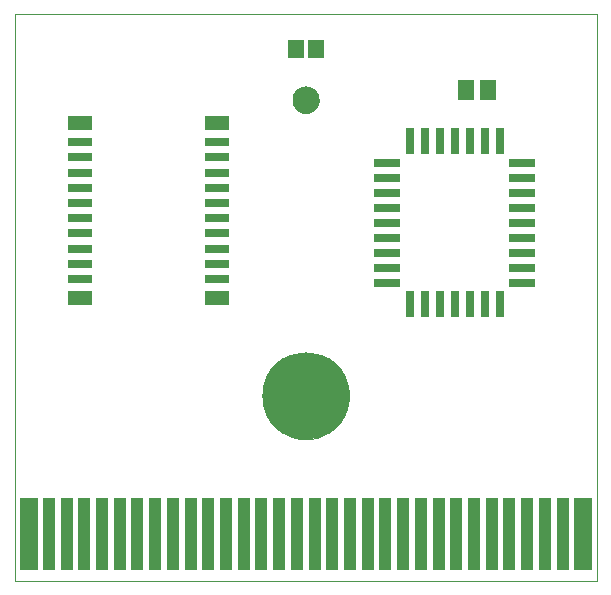
<source format=gts>
G75*
G70*
%OFA0B0*%
%FSLAX24Y24*%
%IPPOS*%
%LPD*%
%AMOC8*
5,1,8,0,0,1.08239X$1,22.5*
%
%ADD10C,0.0000*%
%ADD11C,0.2874*%
%ADD12C,0.0866*%
%ADD13C,0.2914*%
%ADD14C,0.0906*%
%ADD15R,0.0827X0.0512*%
%ADD16R,0.0827X0.0276*%
%ADD17R,0.0591X0.2402*%
%ADD18R,0.0434X0.2402*%
%ADD19R,0.0552X0.0670*%
%ADD20R,0.0276X0.0906*%
%ADD21R,0.0906X0.0276*%
%ADD22R,0.0552X0.0631*%
D10*
X000303Y000269D02*
X019713Y000269D01*
X019713Y019166D01*
X000303Y019166D01*
X000303Y000269D01*
X008571Y006430D02*
X008573Y006505D01*
X008579Y006580D01*
X008589Y006655D01*
X008602Y006729D01*
X008620Y006802D01*
X008641Y006874D01*
X008666Y006945D01*
X008695Y007014D01*
X008728Y007082D01*
X008764Y007148D01*
X008803Y007213D01*
X008845Y007275D01*
X008891Y007334D01*
X008940Y007392D01*
X008992Y007446D01*
X009046Y007498D01*
X009104Y007547D01*
X009163Y007593D01*
X009225Y007635D01*
X009289Y007674D01*
X009356Y007710D01*
X009424Y007743D01*
X009493Y007772D01*
X009564Y007797D01*
X009636Y007818D01*
X009709Y007836D01*
X009783Y007849D01*
X009858Y007859D01*
X009933Y007865D01*
X010008Y007867D01*
X010083Y007865D01*
X010158Y007859D01*
X010233Y007849D01*
X010307Y007836D01*
X010380Y007818D01*
X010452Y007797D01*
X010523Y007772D01*
X010592Y007743D01*
X010660Y007710D01*
X010726Y007674D01*
X010791Y007635D01*
X010853Y007593D01*
X010912Y007547D01*
X010970Y007498D01*
X011024Y007446D01*
X011076Y007392D01*
X011125Y007334D01*
X011171Y007275D01*
X011213Y007213D01*
X011252Y007149D01*
X011288Y007082D01*
X011321Y007014D01*
X011350Y006945D01*
X011375Y006874D01*
X011396Y006802D01*
X011414Y006729D01*
X011427Y006655D01*
X011437Y006580D01*
X011443Y006505D01*
X011445Y006430D01*
X011443Y006355D01*
X011437Y006280D01*
X011427Y006205D01*
X011414Y006131D01*
X011396Y006058D01*
X011375Y005986D01*
X011350Y005915D01*
X011321Y005846D01*
X011288Y005778D01*
X011252Y005712D01*
X011213Y005647D01*
X011171Y005585D01*
X011125Y005526D01*
X011076Y005468D01*
X011024Y005414D01*
X010970Y005362D01*
X010912Y005313D01*
X010853Y005267D01*
X010791Y005225D01*
X010727Y005186D01*
X010660Y005150D01*
X010592Y005117D01*
X010523Y005088D01*
X010452Y005063D01*
X010380Y005042D01*
X010307Y005024D01*
X010233Y005011D01*
X010158Y005001D01*
X010083Y004995D01*
X010008Y004993D01*
X009933Y004995D01*
X009858Y005001D01*
X009783Y005011D01*
X009709Y005024D01*
X009636Y005042D01*
X009564Y005063D01*
X009493Y005088D01*
X009424Y005117D01*
X009356Y005150D01*
X009290Y005186D01*
X009225Y005225D01*
X009163Y005267D01*
X009104Y005313D01*
X009046Y005362D01*
X008992Y005414D01*
X008940Y005468D01*
X008891Y005526D01*
X008845Y005585D01*
X008803Y005647D01*
X008764Y005711D01*
X008728Y005778D01*
X008695Y005846D01*
X008666Y005915D01*
X008641Y005986D01*
X008620Y006058D01*
X008602Y006131D01*
X008589Y006205D01*
X008579Y006280D01*
X008573Y006355D01*
X008571Y006430D01*
X009575Y016292D02*
X009577Y016333D01*
X009583Y016374D01*
X009593Y016414D01*
X009606Y016453D01*
X009623Y016490D01*
X009644Y016526D01*
X009668Y016560D01*
X009695Y016591D01*
X009724Y016619D01*
X009757Y016645D01*
X009791Y016667D01*
X009828Y016686D01*
X009866Y016701D01*
X009906Y016713D01*
X009946Y016721D01*
X009987Y016725D01*
X010029Y016725D01*
X010070Y016721D01*
X010110Y016713D01*
X010150Y016701D01*
X010188Y016686D01*
X010224Y016667D01*
X010259Y016645D01*
X010292Y016619D01*
X010321Y016591D01*
X010348Y016560D01*
X010372Y016526D01*
X010393Y016490D01*
X010410Y016453D01*
X010423Y016414D01*
X010433Y016374D01*
X010439Y016333D01*
X010441Y016292D01*
X010439Y016251D01*
X010433Y016210D01*
X010423Y016170D01*
X010410Y016131D01*
X010393Y016094D01*
X010372Y016058D01*
X010348Y016024D01*
X010321Y015993D01*
X010292Y015965D01*
X010259Y015939D01*
X010225Y015917D01*
X010188Y015898D01*
X010150Y015883D01*
X010110Y015871D01*
X010070Y015863D01*
X010029Y015859D01*
X009987Y015859D01*
X009946Y015863D01*
X009906Y015871D01*
X009866Y015883D01*
X009828Y015898D01*
X009792Y015917D01*
X009757Y015939D01*
X009724Y015965D01*
X009695Y015993D01*
X009668Y016024D01*
X009644Y016058D01*
X009623Y016094D01*
X009606Y016131D01*
X009593Y016170D01*
X009583Y016210D01*
X009577Y016251D01*
X009575Y016292D01*
D11*
X010008Y006430D03*
D12*
X010008Y016292D03*
D13*
X010008Y006430D03*
D14*
X010008Y016292D03*
D15*
X007035Y015521D03*
X002469Y015521D03*
X002469Y009698D03*
X007035Y009698D03*
D16*
X007035Y010324D03*
X007035Y010832D03*
X007035Y011340D03*
X007035Y011848D03*
X007035Y012355D03*
X007035Y012863D03*
X007035Y013371D03*
X007035Y013879D03*
X007035Y014387D03*
X007035Y014895D03*
X002469Y014895D03*
X002469Y014387D03*
X002469Y013879D03*
X002469Y013371D03*
X002469Y012863D03*
X002469Y012355D03*
X002469Y011848D03*
X002469Y011340D03*
X002469Y010832D03*
X002469Y010324D03*
D17*
X000776Y001844D03*
X019240Y001844D03*
D18*
X018571Y001844D03*
X017980Y001844D03*
X017390Y001844D03*
X016799Y001844D03*
X016209Y001844D03*
X015618Y001844D03*
X015028Y001844D03*
X014437Y001844D03*
X013846Y001844D03*
X013256Y001844D03*
X012665Y001844D03*
X012075Y001844D03*
X011484Y001844D03*
X010894Y001844D03*
X010303Y001844D03*
X009713Y001844D03*
X009122Y001844D03*
X008531Y001844D03*
X007941Y001844D03*
X007350Y001844D03*
X006760Y001844D03*
X006169Y001844D03*
X005579Y001844D03*
X004988Y001844D03*
X004398Y001844D03*
X003807Y001844D03*
X003217Y001844D03*
X002626Y001844D03*
X002035Y001844D03*
X001445Y001844D03*
D19*
X015335Y016639D03*
X016083Y016639D03*
D20*
X015969Y014914D03*
X015469Y014914D03*
X014969Y014914D03*
X014469Y014914D03*
X013969Y014914D03*
X013469Y014914D03*
X016469Y014914D03*
X016469Y009481D03*
X015969Y009481D03*
X015469Y009481D03*
X014969Y009481D03*
X014469Y009481D03*
X013969Y009481D03*
X013469Y009481D03*
D21*
X012724Y010198D03*
X012724Y010698D03*
X012724Y011198D03*
X012724Y011698D03*
X012724Y012198D03*
X012724Y012698D03*
X012724Y013198D03*
X012724Y013698D03*
X012724Y014198D03*
X017213Y014198D03*
X017213Y013698D03*
X017213Y013198D03*
X017213Y012698D03*
X017213Y012198D03*
X017213Y011698D03*
X017213Y011198D03*
X017213Y010698D03*
X017213Y010198D03*
D22*
X010343Y017985D03*
X009673Y017985D03*
M02*

</source>
